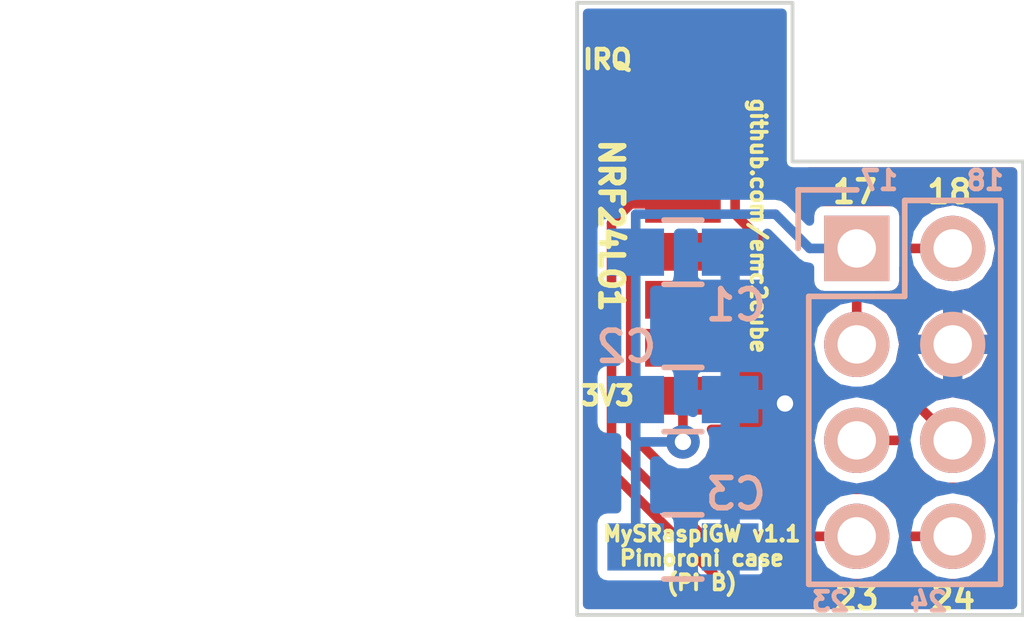
<source format=kicad_pcb>
(kicad_pcb (version 4) (host pcbnew 4.0.4-stable)

  (general
    (links 14)
    (no_connects 0)
    (area 53.649999 29.749999 65.550001 46.050001)
    (thickness 1.6002)
    (drawings 19)
    (tracks 68)
    (zones 0)
    (modules 5)
    (nets 9)
  )

  (page A4)
  (layers
    (0 Top signal)
    (31 Bottom signal)
    (32 B.Adhes user)
    (33 F.Adhes user)
    (34 B.Paste user)
    (35 F.Paste user)
    (36 B.SilkS user)
    (37 F.SilkS user)
    (38 B.Mask user)
    (39 F.Mask user)
    (40 Dwgs.User user)
    (41 Cmts.User user)
    (42 Eco1.User user)
    (43 Eco2.User user)
    (44 Edge.Cuts user)
    (45 Margin user)
    (46 B.CrtYd user)
    (47 F.CrtYd user)
    (48 B.Fab user)
    (49 F.Fab user)
  )

  (setup
    (last_trace_width 0.254)
    (trace_clearance 0.254)
    (zone_clearance 0.1016)
    (zone_45_only no)
    (trace_min 0.1524)
    (segment_width 0.2)
    (edge_width 0.1)
    (via_size 0.889)
    (via_drill 0.4318)
    (via_min_size 0.6858)
    (via_min_drill 0.3302)
    (uvia_size 0.762)
    (uvia_drill 0.508)
    (uvias_allowed no)
    (uvia_min_size 0)
    (uvia_min_drill 0)
    (pcb_text_width 0.3)
    (pcb_text_size 1.5 1.5)
    (mod_edge_width 0.15)
    (mod_text_size 1 1)
    (mod_text_width 0.15)
    (pad_size 1 2)
    (pad_drill 0)
    (pad_to_mask_clearance 0)
    (aux_axis_origin 0 0)
    (visible_elements FFFFFFFF)
    (pcbplotparams
      (layerselection 0x010f0_80000001)
      (usegerberextensions true)
      (excludeedgelayer true)
      (linewidth 0.100000)
      (plotframeref false)
      (viasonmask false)
      (mode 1)
      (useauxorigin false)
      (hpglpennumber 1)
      (hpglpenspeed 20)
      (hpglpendiameter 15)
      (hpglpenoverlay 2)
      (psnegative false)
      (psa4output false)
      (plotreference true)
      (plotvalue true)
      (plotinvisibletext false)
      (padsonsilk false)
      (subtractmaskfromsilk false)
      (outputformat 1)
      (mirror false)
      (drillshape 0)
      (scaleselection 1)
      (outputdirectory ""))
  )

  (net 0 "")
  (net 1 +3V3)
  (net 2 GND)
  (net 3 MOSI)
  (net 4 MISO)
  (net 5 CE)
  (net 6 SCK)
  (net 7 CSN)
  (net 8 IRQ)

  (net_class Default "Ceci est la Netclass par défaut"
    (clearance 0.254)
    (trace_width 0.254)
    (via_dia 0.889)
    (via_drill 0.4318)
    (uvia_dia 0.762)
    (uvia_drill 0.508)
    (add_net +3V3)
    (add_net CE)
    (add_net CSN)
    (add_net GND)
    (add_net IRQ)
    (add_net MISO)
    (add_net MOSI)
    (add_net SCK)
  )

  (net_class VCC ""
    (clearance 0.3048)
    (trace_width 0.508)
    (via_dia 1.143)
    (via_drill 0.635)
    (uvia_dia 0.762)
    (uvia_drill 0.508)
  )

  (module Capacitors_SMD:C_0805_HandSoldering (layer Bottom) (tedit 574CC7A5) (tstamp 573AD2DE)
    (at 56.5 36.4)
    (descr "Capacitor SMD 0805, hand soldering")
    (tags "capacitor 0805")
    (path /573AD2DF)
    (attr smd)
    (fp_text reference C1 (at 1.4 1.4) (layer B.SilkS)
      (effects (font (size 0.8 0.8) (thickness 0.15)) (justify mirror))
    )
    (fp_text value 0.1µF (at 0 -2.1) (layer B.Fab)
      (effects (font (size 1 1) (thickness 0.15)) (justify mirror))
    )
    (fp_line (start -2.3 1) (end 2.3 1) (layer B.CrtYd) (width 0.05))
    (fp_line (start -2.3 -1) (end 2.3 -1) (layer B.CrtYd) (width 0.05))
    (fp_line (start -2.3 1) (end -2.3 -1) (layer B.CrtYd) (width 0.05))
    (fp_line (start 2.3 1) (end 2.3 -1) (layer B.CrtYd) (width 0.05))
    (fp_line (start 0.5 0.85) (end -0.5 0.85) (layer B.SilkS) (width 0.15))
    (fp_line (start -0.5 -0.85) (end 0.5 -0.85) (layer B.SilkS) (width 0.15))
    (pad 1 smd rect (at -1.25 0) (size 1.5 1.25) (layers Bottom B.Paste B.Mask)
      (net 1 +3V3))
    (pad 2 smd rect (at 1.25 0) (size 1.5 1.25) (layers Bottom B.Paste B.Mask)
      (net 2 GND))
    (model Capacitors_SMD.3dshapes/C_0805_HandSoldering.wrl
      (at (xyz 0 0 0))
      (scale (xyz 1 1 1))
      (rotate (xyz 0 0 0))
    )
  )

  (module Capacitors_SMD:C_0805_HandSoldering (layer Bottom) (tedit 574CC793) (tstamp 573AD2E4)
    (at 56.5 40.3)
    (descr "Capacitor SMD 0805, hand soldering")
    (tags "capacitor 0805")
    (path /5701C54D)
    (attr smd)
    (fp_text reference C2 (at -1.5 -1.4) (layer B.SilkS)
      (effects (font (size 0.8 0.8) (thickness 0.15)) (justify mirror))
    )
    (fp_text value 4.7µF (at 0 -2.1) (layer B.Fab)
      (effects (font (size 1 1) (thickness 0.15)) (justify mirror))
    )
    (fp_line (start -2.3 1) (end 2.3 1) (layer B.CrtYd) (width 0.05))
    (fp_line (start -2.3 -1) (end 2.3 -1) (layer B.CrtYd) (width 0.05))
    (fp_line (start -2.3 1) (end -2.3 -1) (layer B.CrtYd) (width 0.05))
    (fp_line (start 2.3 1) (end 2.3 -1) (layer B.CrtYd) (width 0.05))
    (fp_line (start 0.5 0.85) (end -0.5 0.85) (layer B.SilkS) (width 0.15))
    (fp_line (start -0.5 -0.85) (end 0.5 -0.85) (layer B.SilkS) (width 0.15))
    (pad 1 smd rect (at -1.25 0) (size 1.5 1.25) (layers Bottom B.Paste B.Mask)
      (net 1 +3V3))
    (pad 2 smd rect (at 1.25 0) (size 1.5 1.25) (layers Bottom B.Paste B.Mask)
      (net 2 GND))
    (model Capacitors_SMD.3dshapes/C_0805_HandSoldering.wrl
      (at (xyz 0 0 0))
      (scale (xyz 1 1 1))
      (rotate (xyz 0 0 0))
    )
  )

  (module Capacitors_SMD:C_0805_HandSoldering (layer Bottom) (tedit 574CC79A) (tstamp 573AD2EA)
    (at 56.5 44.2)
    (descr "Capacitor SMD 0805, hand soldering")
    (tags "capacitor 0805")
    (path /573AD311)
    (attr smd)
    (fp_text reference C3 (at 1.4 -1.4) (layer B.SilkS)
      (effects (font (size 0.8 0.8) (thickness 0.15)) (justify mirror))
    )
    (fp_text value 47µF (at 0 -2.1) (layer B.Fab)
      (effects (font (size 1 1) (thickness 0.15)) (justify mirror))
    )
    (fp_line (start -2.3 1) (end 2.3 1) (layer B.CrtYd) (width 0.05))
    (fp_line (start -2.3 -1) (end 2.3 -1) (layer B.CrtYd) (width 0.05))
    (fp_line (start -2.3 1) (end -2.3 -1) (layer B.CrtYd) (width 0.05))
    (fp_line (start 2.3 1) (end 2.3 -1) (layer B.CrtYd) (width 0.05))
    (fp_line (start 0.5 0.85) (end -0.5 0.85) (layer B.SilkS) (width 0.15))
    (fp_line (start -0.5 -0.85) (end 0.5 -0.85) (layer B.SilkS) (width 0.15))
    (pad 1 smd rect (at -1.25 0) (size 1.5 1.25) (layers Bottom B.Paste B.Mask)
      (net 1 +3V3))
    (pad 2 smd rect (at 1.25 0) (size 1.5 1.25) (layers Bottom B.Paste B.Mask)
      (net 2 GND))
    (model Capacitors_SMD.3dshapes/C_0805_HandSoldering.wrl
      (at (xyz 0 0 0))
      (scale (xyz 1 1 1))
      (rotate (xyz 0 0 0))
    )
  )

  (module mysensors_radios:NRF24L01-SMD (layer Top) (tedit 574A839D) (tstamp 573AD302)
    (at 47.8 35.8 90)
    (path /56F8DB79)
    (fp_text reference U1 (at 0 1.1 90) (layer F.SilkS) hide
      (effects (font (size 1 1) (thickness 0.15)))
    )
    (fp_text value NRF24L01 (at 0 -4.8 90) (layer F.Fab)
      (effects (font (size 1 1) (thickness 0.15)))
    )
    (fp_line (start -6 -2.8) (end 6 -2.8) (layer F.CrtYd) (width 0.15))
    (fp_line (start -6 8.7) (end -6 -9.3) (layer F.CrtYd) (width 0.15))
    (fp_line (start 6 8.7) (end -6 8.7) (layer F.CrtYd) (width 0.15))
    (fp_line (start 6 -9.3) (end 6 8.7) (layer F.CrtYd) (width 0.15))
    (fp_line (start -6 -9.3) (end 6 -9.3) (layer F.CrtYd) (width 0.15))
    (pad 2 smd rect (at -4.4 8.7 90) (size 1 2) (layers Top F.Paste F.Mask)
      (net 1 +3V3))
    (pad 1 smd rect (at -3.13 8.7 90) (size 1 2) (layers Top F.Paste F.Mask)
      (net 2 GND))
    (pad 3 smd rect (at -1.86 8.7 90) (size 1 2) (layers Top F.Paste F.Mask)
      (net 5 CE))
    (pad 4 smd rect (at -0.59 8.7 90) (size 1 2) (layers Top F.Paste F.Mask)
      (net 7 CSN))
    (pad 5 smd rect (at 0.68 8.7 90) (size 1 2) (layers Top F.Paste F.Mask)
      (net 6 SCK))
    (pad 6 smd rect (at 1.95 8.7 90) (size 1 2) (layers Top F.Paste F.Mask)
      (net 3 MOSI))
    (pad 7 smd rect (at 3.22 8.7 90) (size 1 2) (layers Top F.Paste F.Mask)
      (net 4 MISO))
    (pad 8 smd rect (at 4.49 8.7 90) (size 1 2) (layers Top F.Paste F.Mask)
      (net 8 IRQ))
    (model ${MYSLOCAL}/mysensors.3dshapes/mysensors_radios.3dshapes/nrf24smd.wrl
      (at (xyz -5.7625 2.9 0.03))
      (scale (xyz 0.395 0.395 0.395))
      (rotate (xyz 0 0 0))
    )
    (model Housings_DFN_QFN.3dshapes/QFN-20-1EP_5x5mm_Pitch0.65mm.wrl
      (at (xyz 0.0165 -0.109 0.062))
      (scale (xyz 1 1 1))
      (rotate (xyz 0 0 0))
    )
  )

  (module Socket_Strips:Socket_Strip_Straight_2x04 (layer Bottom) (tedit 574CC74C) (tstamp 574CBF27)
    (at 61.1 36.3 270)
    (descr "Through hole socket strip")
    (tags "socket strip")
    (path /573ACFFE)
    (fp_text reference P1 (at 0.1 0 360) (layer B.SilkS) hide
      (effects (font (size 1 1) (thickness 0.15)) (justify mirror))
    )
    (fp_text value CONN_02X04 (at 0 3.1 270) (layer B.Fab)
      (effects (font (size 1 1) (thickness 0.15)) (justify mirror))
    )
    (fp_line (start -1.75 1.75) (end -1.75 -4.3) (layer B.CrtYd) (width 0.05))
    (fp_line (start 9.4 1.75) (end 9.4 -4.3) (layer B.CrtYd) (width 0.05))
    (fp_line (start -1.75 1.75) (end 9.4 1.75) (layer B.CrtYd) (width 0.05))
    (fp_line (start -1.75 -4.3) (end 9.4 -4.3) (layer B.CrtYd) (width 0.05))
    (fp_line (start 1.27 1.27) (end 8.89 1.27) (layer B.SilkS) (width 0.15))
    (fp_line (start 8.89 1.27) (end 8.89 -3.81) (layer B.SilkS) (width 0.15))
    (fp_line (start 8.89 -3.81) (end -1.27 -3.81) (layer B.SilkS) (width 0.15))
    (fp_line (start -1.27 -3.81) (end -1.27 -1.27) (layer B.SilkS) (width 0.15))
    (fp_line (start 0 1.55) (end -1.55 1.55) (layer B.SilkS) (width 0.15))
    (fp_line (start -1.27 -1.27) (end 1.27 -1.27) (layer B.SilkS) (width 0.15))
    (fp_line (start 1.27 -1.27) (end 1.27 1.27) (layer B.SilkS) (width 0.15))
    (fp_line (start -1.55 1.55) (end -1.55 0) (layer B.SilkS) (width 0.15))
    (pad 1 thru_hole rect (at 0 0 270) (size 1.7272 1.7272) (drill 1.016) (layers *.Cu *.Mask B.SilkS)
      (net 1 +3V3))
    (pad 2 thru_hole oval (at 0 -2.54 270) (size 1.7272 1.7272) (drill 1.016) (layers *.Cu *.Mask B.SilkS)
      (net 8 IRQ))
    (pad 3 thru_hole oval (at 2.54 0 270) (size 1.7272 1.7272) (drill 1.016) (layers *.Cu *.Mask B.SilkS)
      (net 3 MOSI))
    (pad 4 thru_hole oval (at 2.54 -2.54 270) (size 1.7272 1.7272) (drill 1.016) (layers *.Cu *.Mask B.SilkS)
      (net 2 GND))
    (pad 5 thru_hole oval (at 5.08 0 270) (size 1.7272 1.7272) (drill 1.016) (layers *.Cu *.Mask B.SilkS)
      (net 4 MISO))
    (pad 6 thru_hole oval (at 5.08 -2.54 270) (size 1.7272 1.7272) (drill 1.016) (layers *.Cu *.Mask B.SilkS)
      (net 5 CE))
    (pad 7 thru_hole oval (at 7.62 0 270) (size 1.7272 1.7272) (drill 1.016) (layers *.Cu *.Mask B.SilkS)
      (net 6 SCK))
    (pad 8 thru_hole oval (at 7.62 -2.54 270) (size 1.7272 1.7272) (drill 1.016) (layers *.Cu *.Mask B.SilkS)
      (net 7 CSN))
    (model Socket_Strips.3dshapes/Socket_Strip_Straight_2x04.wrl
      (at (xyz 0.15 -0.05 0))
      (scale (xyz 1 1 1))
      (rotate (xyz 0 0 180))
    )
  )

  (gr_text github.com/emc2cube (at 58.5 35.7 270) (layer F.SilkS)
    (effects (font (size 0.4 0.4) (thickness 0.1)))
  )
  (gr_line (start 59.4 34) (end 65.5 34) (angle 90) (layer Edge.Cuts) (width 0.1))
  (gr_line (start 53.7 46) (end 65.5 46) (angle 90) (layer Edge.Cuts) (width 0.1))
  (gr_line (start 65.5 46) (end 65.5 34) (angle 90) (layer Edge.Cuts) (width 0.1))
  (gr_text 3V3 (at 54.5 40.2) (layer F.SilkS)
    (effects (font (size 0.5 0.5) (thickness 0.125)))
  )
  (gr_text IRQ (at 54.5 31.3) (layer F.SilkS)
    (effects (font (size 0.5 0.5) (thickness 0.125)))
  )
  (gr_text "MySRaspiGW v1.1\nPimoroni case\n(Pi B)" (at 57 44.5) (layer F.SilkS)
    (effects (font (size 0.4 0.4) (thickness 0.1)))
  )
  (gr_line (start 59.4 29.8) (end 59.4 34) (angle 90) (layer Edge.Cuts) (width 0.1))
  (gr_line (start 53.7 29.8) (end 59.4 29.8) (angle 90) (layer Edge.Cuts) (width 0.1))
  (gr_line (start 53.7 46) (end 53.7 29.8) (angle 90) (layer Edge.Cuts) (width 0.1))
  (gr_text NRF24L01 (at 54.6 35.7 270) (layer F.SilkS)
    (effects (font (size 0.6 0.6) (thickness 0.15)))
  )
  (gr_text 23 (at 60.4 45.65) (layer B.SilkS)
    (effects (font (size 0.5 0.5) (thickness 0.125)) (justify mirror))
  )
  (gr_text 24 (at 63 45.65) (layer B.SilkS)
    (effects (font (size 0.5 0.5) (thickness 0.125)) (justify mirror))
  )
  (gr_text 18 (at 63.55 34.8) (layer F.SilkS)
    (effects (font (size 0.6 0.6) (thickness 0.125)))
  )
  (gr_text 17 (at 61.05 34.8) (layer F.SilkS)
    (effects (font (size 0.6 0.6) (thickness 0.125)))
  )
  (gr_text 23 (at 61.1 45.55) (layer F.SilkS)
    (effects (font (size 0.6 0.6) (thickness 0.125)))
  )
  (gr_text 24 (at 63.65 45.55) (layer F.SilkS)
    (effects (font (size 0.6 0.6) (thickness 0.125)))
  )
  (gr_text 18 (at 64.5 34.5) (layer B.SilkS)
    (effects (font (size 0.5 0.5) (thickness 0.125)) (justify mirror))
  )
  (gr_text 17 (at 61.7 34.5) (layer B.SilkS)
    (effects (font (size 0.5 0.5) (thickness 0.125)) (justify mirror))
  )

  (via (at 56.5 41.4207) (size 0.889) (layers Top Bottom) (net 1))
  (segment (start 58.9488 35.3937) (end 55.25 35.3937) (width 0.254) (layer Bottom) (net 1))
  (segment (start 59.8551 36.3) (end 58.9488 35.3937) (width 0.254) (layer Bottom) (net 1))
  (segment (start 61.1 36.3) (end 59.8551 36.3) (width 0.254) (layer Bottom) (net 1))
  (segment (start 55.25 36.4) (end 55.25 35.3937) (width 0.254) (layer Bottom) (net 1))
  (segment (start 55.25 36.4) (end 55.25 40.3) (width 0.254) (layer Bottom) (net 1))
  (segment (start 56.5 40.2) (end 56.5 41.4207) (width 0.254) (layer Top) (net 1))
  (segment (start 55.25 41.4207) (end 56.5 41.4207) (width 0.254) (layer Bottom) (net 1))
  (segment (start 55.25 40.3) (end 55.25 41.4207) (width 0.254) (layer Bottom) (net 1))
  (segment (start 55.25 41.4207) (end 55.25 44.2) (width 0.254) (layer Bottom) (net 1))
  (via (at 59.201 40.4045) (size 0.889) (layers Top Bottom) (net 2))
  (segment (start 57.75 43.1937) (end 57.75 41.3063) (width 0.254) (layer Bottom) (net 2))
  (segment (start 57.75 44.2) (end 57.75 43.1937) (width 0.254) (layer Bottom) (net 2))
  (segment (start 57.75 40.3) (end 57.75 41.3063) (width 0.254) (layer Bottom) (net 2))
  (segment (start 57.75 39.2937) (end 57.75 37.4063) (width 0.254) (layer Bottom) (net 2))
  (segment (start 57.75 40.3) (end 57.75 39.2937) (width 0.254) (layer Bottom) (net 2))
  (segment (start 57.75 36.4) (end 57.75 37.4063) (width 0.254) (layer Bottom) (net 2))
  (segment (start 63.64 38.84) (end 62.3951 38.84) (width 0.254) (layer Bottom) (net 2))
  (segment (start 57.75 40.3) (end 58.8813 40.3) (width 0.254) (layer Bottom) (net 2))
  (segment (start 56.5 38.93) (end 57.8813 38.93) (width 0.254) (layer Top) (net 2))
  (segment (start 59.0965 40.3) (end 59.201 40.4045) (width 0.254) (layer Bottom) (net 2))
  (segment (start 58.8813 40.3) (end 59.0965 40.3) (width 0.254) (layer Bottom) (net 2))
  (segment (start 57.8813 39.0848) (end 59.201 40.4045) (width 0.254) (layer Top) (net 2))
  (segment (start 57.8813 38.93) (end 57.8813 39.0848) (width 0.254) (layer Top) (net 2))
  (segment (start 59.5206 40.0849) (end 59.201 40.4045) (width 0.254) (layer Bottom) (net 2))
  (segment (start 61.6171 40.0849) (end 59.5206 40.0849) (width 0.254) (layer Bottom) (net 2))
  (segment (start 62.3951 39.3069) (end 61.6171 40.0849) (width 0.254) (layer Bottom) (net 2))
  (segment (start 62.3951 38.84) (end 62.3951 39.3069) (width 0.254) (layer Bottom) (net 2))
  (segment (start 57.8813 35.3981) (end 57.8813 33.85) (width 0.254) (layer Top) (net 3))
  (segment (start 60.0783 37.5951) (end 57.8813 35.3981) (width 0.254) (layer Top) (net 3))
  (segment (start 61.1 37.5951) (end 60.0783 37.5951) (width 0.254) (layer Top) (net 3))
  (segment (start 61.1 38.84) (end 61.1 37.5951) (width 0.254) (layer Top) (net 3))
  (segment (start 56.5 33.85) (end 57.8813 33.85) (width 0.254) (layer Top) (net 3))
  (segment (start 61.1 41.38) (end 62.3449 41.38) (width 0.254) (layer Top) (net 4))
  (segment (start 56.5 32.58) (end 55.1187 32.58) (width 0.254) (layer Top) (net 4))
  (segment (start 62.3449 41.8469) (end 62.3449 41.38) (width 0.254) (layer Top) (net 4))
  (segment (start 63.1229 42.6249) (end 62.3449 41.8469) (width 0.254) (layer Top) (net 4))
  (segment (start 64.1085 42.6249) (end 63.1229 42.6249) (width 0.254) (layer Top) (net 4))
  (segment (start 64.892 43.4084) (end 64.1085 42.6249) (width 0.254) (layer Top) (net 4))
  (segment (start 64.892 44.5154) (end 64.892 43.4084) (width 0.254) (layer Top) (net 4))
  (segment (start 64.235 45.1724) (end 64.892 44.5154) (width 0.254) (layer Top) (net 4))
  (segment (start 57.5625 45.1724) (end 64.235 45.1724) (width 0.254) (layer Top) (net 4))
  (segment (start 54.0914 41.7013) (end 57.5625 45.1724) (width 0.254) (layer Top) (net 4))
  (segment (start 54.0914 33.6073) (end 54.0914 41.7013) (width 0.254) (layer Top) (net 4))
  (segment (start 55.1187 32.58) (end 54.0914 33.6073) (width 0.254) (layer Top) (net 4))
  (segment (start 58.1555 37.66) (end 56.5 37.66) (width 0.254) (layer Top) (net 5))
  (segment (start 60.6055 40.11) (end 58.1555 37.66) (width 0.254) (layer Top) (net 5))
  (segment (start 62.37 40.11) (end 60.6055 40.11) (width 0.254) (layer Top) (net 5))
  (segment (start 63.64 41.38) (end 62.37 40.11) (width 0.254) (layer Top) (net 5))
  (segment (start 56.5 35.12) (end 55.1187 35.12) (width 0.254) (layer Top) (net 6))
  (segment (start 57.0289 43.92) (end 61.1 43.92) (width 0.254) (layer Top) (net 6))
  (segment (start 54.6104 41.5015) (end 57.0289 43.92) (width 0.254) (layer Top) (net 6))
  (segment (start 54.6104 35.6283) (end 54.6104 41.5015) (width 0.254) (layer Top) (net 6))
  (segment (start 55.1187 35.12) (end 54.6104 35.6283) (width 0.254) (layer Top) (net 6))
  (segment (start 63.64 43.92) (end 62.3951 43.92) (width 0.254) (layer Top) (net 7))
  (segment (start 56.5 36.39) (end 55.1187 36.39) (width 0.254) (layer Top) (net 7))
  (segment (start 62.3951 43.4531) (end 62.3951 43.92) (width 0.254) (layer Top) (net 7))
  (segment (start 61.6171 42.6751) (end 62.3951 43.4531) (width 0.254) (layer Top) (net 7))
  (segment (start 56.5794 42.6751) (end 61.6171 42.6751) (width 0.254) (layer Top) (net 7))
  (segment (start 55.1187 41.2144) (end 56.5794 42.6751) (width 0.254) (layer Top) (net 7))
  (segment (start 55.1187 36.39) (end 55.1187 41.2144) (width 0.254) (layer Top) (net 7))
  (segment (start 57.8813 33.0422) (end 57.8813 31.31) (width 0.254) (layer Top) (net 8))
  (segment (start 59.8942 35.0551) (end 57.8813 33.0422) (width 0.254) (layer Top) (net 8))
  (segment (start 62.1617 35.0551) (end 59.8942 35.0551) (width 0.254) (layer Top) (net 8))
  (segment (start 62.3951 35.2885) (end 62.1617 35.0551) (width 0.254) (layer Top) (net 8))
  (segment (start 62.3951 36.3) (end 62.3951 35.2885) (width 0.254) (layer Top) (net 8))
  (segment (start 63.64 36.3) (end 62.3951 36.3) (width 0.254) (layer Top) (net 8))
  (segment (start 56.5 31.31) (end 57.8813 31.31) (width 0.254) (layer Top) (net 8))

  (zone (net 2) (net_name GND) (layer Top) (tstamp 58C6C64D) (hatch edge 0.508)
    (connect_pads (clearance 0.1016))
    (min_thickness 0.254)
    (fill yes (arc_segments 16) (thermal_gap 0.1016) (thermal_bridge_width 0.508))
    (polygon
      (pts
        (xy 59.3 34.1) (xy 65.4 34.1) (xy 65.4 45.9) (xy 53.8 45.9) (xy 53.8 29.9)
        (xy 59.3 29.9)
      )
    )
    (filled_polygon
      (pts
        (xy 65.2214 43.01938) (xy 64.499925 42.297905) (xy 64.520065 42.284448) (xy 64.78986 41.880671) (xy 64.8846 41.404383)
        (xy 64.8846 41.355617) (xy 64.78986 40.879329) (xy 64.520065 40.475552) (xy 64.116288 40.205757) (xy 63.64 40.111017)
        (xy 63.180782 40.202362) (xy 62.72921 39.75079) (xy 62.564403 39.640669) (xy 62.37 39.602) (xy 62.075246 39.602)
        (xy 62.24986 39.340671) (xy 62.290743 39.135137) (xy 62.588419 39.135137) (xy 62.78141 39.515094) (xy 63.105114 39.792274)
        (xy 63.344865 39.891568) (xy 63.513 39.867229) (xy 63.513 38.967) (xy 63.767 38.967) (xy 63.767 39.867229)
        (xy 63.935135 39.891568) (xy 64.174886 39.792274) (xy 64.49859 39.515094) (xy 64.691581 39.135137) (xy 64.667654 38.967)
        (xy 63.767 38.967) (xy 63.513 38.967) (xy 62.612346 38.967) (xy 62.588419 39.135137) (xy 62.290743 39.135137)
        (xy 62.3446 38.864383) (xy 62.3446 38.815617) (xy 62.290744 38.544863) (xy 62.588419 38.544863) (xy 62.612346 38.713)
        (xy 63.513 38.713) (xy 63.513 37.812771) (xy 63.767 37.812771) (xy 63.767 38.713) (xy 64.667654 38.713)
        (xy 64.691581 38.544863) (xy 64.49859 38.164906) (xy 64.174886 37.887726) (xy 63.935135 37.788432) (xy 63.767 37.812771)
        (xy 63.513 37.812771) (xy 63.344865 37.788432) (xy 63.105114 37.887726) (xy 62.78141 38.164906) (xy 62.588419 38.544863)
        (xy 62.290744 38.544863) (xy 62.24986 38.339329) (xy 61.980065 37.935552) (xy 61.608 37.686946) (xy 61.608 37.5951)
        (xy 61.59944 37.552064) (xy 61.9636 37.552064) (xy 62.10479 37.525497) (xy 62.234465 37.442054) (xy 62.321459 37.314734)
        (xy 62.352064 37.1636) (xy 62.352064 36.79944) (xy 62.3951 36.808) (xy 62.495037 36.808) (xy 62.759935 37.204448)
        (xy 63.163712 37.474243) (xy 63.64 37.568983) (xy 64.116288 37.474243) (xy 64.520065 37.204448) (xy 64.78986 36.800671)
        (xy 64.8846 36.324383) (xy 64.8846 36.275617) (xy 64.78986 35.799329) (xy 64.520065 35.395552) (xy 64.116288 35.125757)
        (xy 63.64 35.031017) (xy 63.163712 35.125757) (xy 62.9031 35.299892) (xy 62.9031 35.2885) (xy 62.864431 35.094097)
        (xy 62.822282 35.031017) (xy 62.75431 34.929289) (xy 62.52091 34.69589) (xy 62.356103 34.585769) (xy 62.1617 34.5471)
        (xy 60.104621 34.5471) (xy 59.836121 34.2786) (xy 65.2214 34.2786)
      )
    )
    (filled_polygon
      (pts
        (xy 60.239535 40.462455) (xy 60.219935 40.475552) (xy 59.95014 40.879329) (xy 59.8554 41.355617) (xy 59.8554 41.404383)
        (xy 59.95014 41.880671) (xy 60.141526 42.1671) (xy 56.855265 42.1671) (xy 56.966998 42.120933) (xy 57.199417 41.888919)
        (xy 57.325357 41.585623) (xy 57.325643 41.257218) (xy 57.255915 41.088464) (xy 57.5 41.088464) (xy 57.64119 41.061897)
        (xy 57.770865 40.978454) (xy 57.857859 40.851134) (xy 57.888464 40.7) (xy 57.888464 39.7) (xy 57.861897 39.55881)
        (xy 57.778454 39.429135) (xy 57.7286 39.395071) (xy 57.7286 39.11415) (xy 57.67145 39.057) (xy 56.627 39.057)
        (xy 56.627 39.077) (xy 56.373 39.077) (xy 56.373 39.057) (xy 56.353 39.057) (xy 56.353 38.803)
        (xy 56.373 38.803) (xy 56.373 38.783) (xy 56.627 38.783) (xy 56.627 38.803) (xy 57.67145 38.803)
        (xy 57.7286 38.74585) (xy 57.7286 38.465651) (xy 57.770865 38.438454) (xy 57.857859 38.311134) (xy 57.886844 38.168)
        (xy 57.94508 38.168)
      )
    )
  )
  (zone (net 2) (net_name GND) (layer Bottom) (tstamp 58C6C64D) (hatch edge 0.508)
    (connect_pads (clearance 0.1016))
    (min_thickness 0.254)
    (fill yes (arc_segments 16) (thermal_gap 0.1016) (thermal_bridge_width 0.508))
    (polygon
      (pts
        (xy 59.3 34.1) (xy 65.4 34.1) (xy 65.4 45.9) (xy 53.8 45.9) (xy 53.8 29.9)
        (xy 59.3 29.9)
      )
    )
    (filled_polygon
      (pts
        (xy 59.1214 34) (xy 59.142607 34.106616) (xy 59.203 34.197) (xy 59.293384 34.257393) (xy 59.4 34.2786)
        (xy 65.2214 34.2786) (xy 65.2214 45.7214) (xy 53.9786 45.7214) (xy 53.9786 35.775) (xy 54.111536 35.775)
        (xy 54.111536 37.025) (xy 54.138103 37.16619) (xy 54.221546 37.295865) (xy 54.348866 37.382859) (xy 54.5 37.413464)
        (xy 54.742 37.413464) (xy 54.742 39.286536) (xy 54.5 39.286536) (xy 54.35881 39.313103) (xy 54.229135 39.396546)
        (xy 54.142141 39.523866) (xy 54.111536 39.675) (xy 54.111536 40.925) (xy 54.138103 41.06619) (xy 54.221546 41.195865)
        (xy 54.348866 41.282859) (xy 54.5 41.313464) (xy 54.742 41.313464) (xy 54.742 43.186536) (xy 54.5 43.186536)
        (xy 54.35881 43.213103) (xy 54.229135 43.296546) (xy 54.142141 43.423866) (xy 54.111536 43.575) (xy 54.111536 44.825)
        (xy 54.138103 44.96619) (xy 54.221546 45.095865) (xy 54.348866 45.182859) (xy 54.5 45.213464) (xy 56 45.213464)
        (xy 56.14119 45.186897) (xy 56.270865 45.103454) (xy 56.357859 44.976134) (xy 56.388464 44.825) (xy 56.388464 44.38415)
        (xy 56.7714 44.38415) (xy 56.7714 44.870472) (xy 56.806203 44.954492) (xy 56.870509 45.018798) (xy 56.954529 45.0536)
        (xy 57.56585 45.0536) (xy 57.623 44.99645) (xy 57.623 44.327) (xy 57.877 44.327) (xy 57.877 44.99645)
        (xy 57.93415 45.0536) (xy 58.545471 45.0536) (xy 58.629491 45.018798) (xy 58.693797 44.954492) (xy 58.7286 44.870472)
        (xy 58.7286 44.38415) (xy 58.67145 44.327) (xy 57.877 44.327) (xy 57.623 44.327) (xy 56.82855 44.327)
        (xy 56.7714 44.38415) (xy 56.388464 44.38415) (xy 56.388464 43.575) (xy 56.379908 43.529528) (xy 56.7714 43.529528)
        (xy 56.7714 44.01585) (xy 56.82855 44.073) (xy 57.623 44.073) (xy 57.623 43.40355) (xy 57.877 43.40355)
        (xy 57.877 44.073) (xy 58.67145 44.073) (xy 58.7286 44.01585) (xy 58.7286 43.895617) (xy 59.8554 43.895617)
        (xy 59.8554 43.944383) (xy 59.95014 44.420671) (xy 60.219935 44.824448) (xy 60.623712 45.094243) (xy 61.1 45.188983)
        (xy 61.576288 45.094243) (xy 61.980065 44.824448) (xy 62.24986 44.420671) (xy 62.3446 43.944383) (xy 62.3446 43.895617)
        (xy 62.3954 43.895617) (xy 62.3954 43.944383) (xy 62.49014 44.420671) (xy 62.759935 44.824448) (xy 63.163712 45.094243)
        (xy 63.64 45.188983) (xy 64.116288 45.094243) (xy 64.520065 44.824448) (xy 64.78986 44.420671) (xy 64.8846 43.944383)
        (xy 64.8846 43.895617) (xy 64.78986 43.419329) (xy 64.520065 43.015552) (xy 64.116288 42.745757) (xy 63.64 42.651017)
        (xy 63.163712 42.745757) (xy 62.759935 43.015552) (xy 62.49014 43.419329) (xy 62.3954 43.895617) (xy 62.3446 43.895617)
        (xy 62.24986 43.419329) (xy 61.980065 43.015552) (xy 61.576288 42.745757) (xy 61.1 42.651017) (xy 60.623712 42.745757)
        (xy 60.219935 43.015552) (xy 59.95014 43.419329) (xy 59.8554 43.895617) (xy 58.7286 43.895617) (xy 58.7286 43.529528)
        (xy 58.693797 43.445508) (xy 58.629491 43.381202) (xy 58.545471 43.3464) (xy 57.93415 43.3464) (xy 57.877 43.40355)
        (xy 57.623 43.40355) (xy 57.56585 43.3464) (xy 56.954529 43.3464) (xy 56.870509 43.381202) (xy 56.806203 43.445508)
        (xy 56.7714 43.529528) (xy 56.379908 43.529528) (xy 56.361897 43.43381) (xy 56.278454 43.304135) (xy 56.151134 43.217141)
        (xy 56 43.186536) (xy 55.758 43.186536) (xy 55.758 41.9287) (xy 55.840698 41.9287) (xy 56.031781 42.120117)
        (xy 56.335077 42.246057) (xy 56.663482 42.246343) (xy 56.966998 42.120933) (xy 57.199417 41.888919) (xy 57.325357 41.585623)
        (xy 57.325557 41.355617) (xy 59.8554 41.355617) (xy 59.8554 41.404383) (xy 59.95014 41.880671) (xy 60.219935 42.284448)
        (xy 60.623712 42.554243) (xy 61.1 42.648983) (xy 61.576288 42.554243) (xy 61.980065 42.284448) (xy 62.24986 41.880671)
        (xy 62.3446 41.404383) (xy 62.3446 41.355617) (xy 62.3954 41.355617) (xy 62.3954 41.404383) (xy 62.49014 41.880671)
        (xy 62.759935 42.284448) (xy 63.163712 42.554243) (xy 63.64 42.648983) (xy 64.116288 42.554243) (xy 64.520065 42.284448)
        (xy 64.78986 41.880671) (xy 64.8846 41.404383) (xy 64.8846 41.355617) (xy 64.78986 40.879329) (xy 64.520065 40.475552)
        (xy 64.116288 40.205757) (xy 63.64 40.111017) (xy 63.163712 40.205757) (xy 62.759935 40.475552) (xy 62.49014 40.879329)
        (xy 62.3954 41.355617) (xy 62.3446 41.355617) (xy 62.24986 40.879329) (xy 61.980065 40.475552) (xy 61.576288 40.205757)
        (xy 61.1 40.111017) (xy 60.623712 40.205757) (xy 60.219935 40.475552) (xy 59.95014 40.879329) (xy 59.8554 41.355617)
        (xy 57.325557 41.355617) (xy 57.325643 41.257218) (xy 57.282829 41.1536) (xy 57.56585 41.1536) (xy 57.623 41.09645)
        (xy 57.623 40.427) (xy 57.877 40.427) (xy 57.877 41.09645) (xy 57.93415 41.1536) (xy 58.545471 41.1536)
        (xy 58.629491 41.118798) (xy 58.693797 41.054492) (xy 58.7286 40.970472) (xy 58.7286 40.48415) (xy 58.67145 40.427)
        (xy 57.877 40.427) (xy 57.623 40.427) (xy 56.82855 40.427) (xy 56.7714 40.48415) (xy 56.7714 40.639556)
        (xy 56.664923 40.595343) (xy 56.388464 40.595102) (xy 56.388464 39.675) (xy 56.379908 39.629528) (xy 56.7714 39.629528)
        (xy 56.7714 40.11585) (xy 56.82855 40.173) (xy 57.623 40.173) (xy 57.623 39.50355) (xy 57.877 39.50355)
        (xy 57.877 40.173) (xy 58.67145 40.173) (xy 58.7286 40.11585) (xy 58.7286 39.629528) (xy 58.693797 39.545508)
        (xy 58.629491 39.481202) (xy 58.545471 39.4464) (xy 57.93415 39.4464) (xy 57.877 39.50355) (xy 57.623 39.50355)
        (xy 57.56585 39.4464) (xy 56.954529 39.4464) (xy 56.870509 39.481202) (xy 56.806203 39.545508) (xy 56.7714 39.629528)
        (xy 56.379908 39.629528) (xy 56.361897 39.53381) (xy 56.278454 39.404135) (xy 56.151134 39.317141) (xy 56 39.286536)
        (xy 55.758 39.286536) (xy 55.758 38.815617) (xy 59.8554 38.815617) (xy 59.8554 38.864383) (xy 59.95014 39.340671)
        (xy 60.219935 39.744448) (xy 60.623712 40.014243) (xy 61.1 40.108983) (xy 61.576288 40.014243) (xy 61.980065 39.744448)
        (xy 62.24986 39.340671) (xy 62.290743 39.135137) (xy 62.588419 39.135137) (xy 62.78141 39.515094) (xy 63.105114 39.792274)
        (xy 63.344865 39.891568) (xy 63.513 39.867229) (xy 63.513 38.967) (xy 63.767 38.967) (xy 63.767 39.867229)
        (xy 63.935135 39.891568) (xy 64.174886 39.792274) (xy 64.49859 39.515094) (xy 64.691581 39.135137) (xy 64.667654 38.967)
        (xy 63.767 38.967) (xy 63.513 38.967) (xy 62.612346 38.967) (xy 62.588419 39.135137) (xy 62.290743 39.135137)
        (xy 62.3446 38.864383) (xy 62.3446 38.815617) (xy 62.290744 38.544863) (xy 62.588419 38.544863) (xy 62.612346 38.713)
        (xy 63.513 38.713) (xy 63.513 37.812771) (xy 63.767 37.812771) (xy 63.767 38.713) (xy 64.667654 38.713)
        (xy 64.691581 38.544863) (xy 64.49859 38.164906) (xy 64.174886 37.887726) (xy 63.935135 37.788432) (xy 63.767 37.812771)
        (xy 63.513 37.812771) (xy 63.344865 37.788432) (xy 63.105114 37.887726) (xy 62.78141 38.164906) (xy 62.588419 38.544863)
        (xy 62.290744 38.544863) (xy 62.24986 38.339329) (xy 61.980065 37.935552) (xy 61.576288 37.665757) (xy 61.1 37.571017)
        (xy 60.623712 37.665757) (xy 60.219935 37.935552) (xy 59.95014 38.339329) (xy 59.8554 38.815617) (xy 55.758 38.815617)
        (xy 55.758 37.413464) (xy 56 37.413464) (xy 56.14119 37.386897) (xy 56.270865 37.303454) (xy 56.357859 37.176134)
        (xy 56.388464 37.025) (xy 56.388464 36.58415) (xy 56.7714 36.58415) (xy 56.7714 37.070472) (xy 56.806203 37.154492)
        (xy 56.870509 37.218798) (xy 56.954529 37.2536) (xy 57.56585 37.2536) (xy 57.623 37.19645) (xy 57.623 36.527)
        (xy 57.877 36.527) (xy 57.877 37.19645) (xy 57.93415 37.2536) (xy 58.545471 37.2536) (xy 58.629491 37.218798)
        (xy 58.693797 37.154492) (xy 58.7286 37.070472) (xy 58.7286 36.58415) (xy 58.67145 36.527) (xy 57.877 36.527)
        (xy 57.623 36.527) (xy 56.82855 36.527) (xy 56.7714 36.58415) (xy 56.388464 36.58415) (xy 56.388464 35.9017)
        (xy 56.7714 35.9017) (xy 56.7714 36.21585) (xy 56.82855 36.273) (xy 57.623 36.273) (xy 57.623 36.253)
        (xy 57.877 36.253) (xy 57.877 36.273) (xy 58.67145 36.273) (xy 58.7286 36.21585) (xy 58.7286 35.9017)
        (xy 58.73838 35.9017) (xy 59.49589 36.65921) (xy 59.660697 36.769331) (xy 59.847936 36.806575) (xy 59.847936 37.1636)
        (xy 59.874503 37.30479) (xy 59.957946 37.434465) (xy 60.085266 37.521459) (xy 60.2364 37.552064) (xy 61.9636 37.552064)
        (xy 62.10479 37.525497) (xy 62.234465 37.442054) (xy 62.321459 37.314734) (xy 62.352064 37.1636) (xy 62.352064 36.275617)
        (xy 62.3954 36.275617) (xy 62.3954 36.324383) (xy 62.49014 36.800671) (xy 62.759935 37.204448) (xy 63.163712 37.474243)
        (xy 63.64 37.568983) (xy 64.116288 37.474243) (xy 64.520065 37.204448) (xy 64.78986 36.800671) (xy 64.8846 36.324383)
        (xy 64.8846 36.275617) (xy 64.78986 35.799329) (xy 64.520065 35.395552) (xy 64.116288 35.125757) (xy 63.64 35.031017)
        (xy 63.163712 35.125757) (xy 62.759935 35.395552) (xy 62.49014 35.799329) (xy 62.3954 36.275617) (xy 62.352064 36.275617)
        (xy 62.352064 35.4364) (xy 62.325497 35.29521) (xy 62.242054 35.165535) (xy 62.114734 35.078541) (xy 61.9636 35.047936)
        (xy 60.2364 35.047936) (xy 60.09521 35.074503) (xy 59.965535 35.157946) (xy 59.878541 35.285266) (xy 59.847936 35.4364)
        (xy 59.847936 35.574416) (xy 59.30801 35.03449) (xy 59.143203 34.924369) (xy 58.9488 34.8857) (xy 55.25 34.8857)
        (xy 55.055597 34.924369) (xy 54.89079 35.03449) (xy 54.780669 35.199297) (xy 54.743425 35.386536) (xy 54.5 35.386536)
        (xy 54.35881 35.413103) (xy 54.229135 35.496546) (xy 54.142141 35.623866) (xy 54.111536 35.775) (xy 53.9786 35.775)
        (xy 53.9786 30.0786) (xy 59.1214 30.0786)
      )
    )
  )
)

</source>
